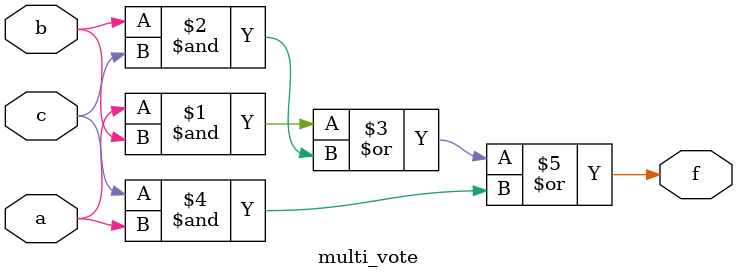
<source format=v>
`timescale 1ns / 1ps


module multi_vote(
    input a,
    input b,
    input c,
    output f
    
    );
    assign f=a&b|b&c|c&a;//f=ab+bc+ca
endmodule

</source>
